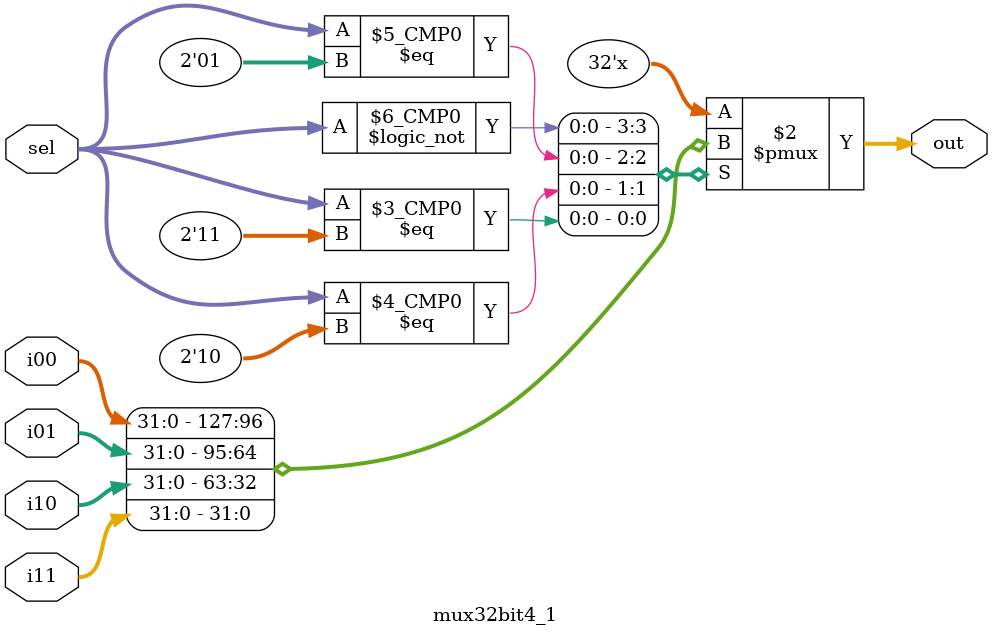
<source format=v>
module mux32bit4_1 (
	output reg [31:0] out,
	input [31:0] i00, i01, i10, i11,
	input [1:0] sel
);
	always @(sel or i00 or i01 or i10 or i11) begin
		case (sel)
			2'b00	: out = i00;
			2'b01	: out = i01;
			2'b10	: out = i10;
			2'b11	: out = i11;
			default : out = 32'bx;
		endcase
	end
endmodule 
</source>
